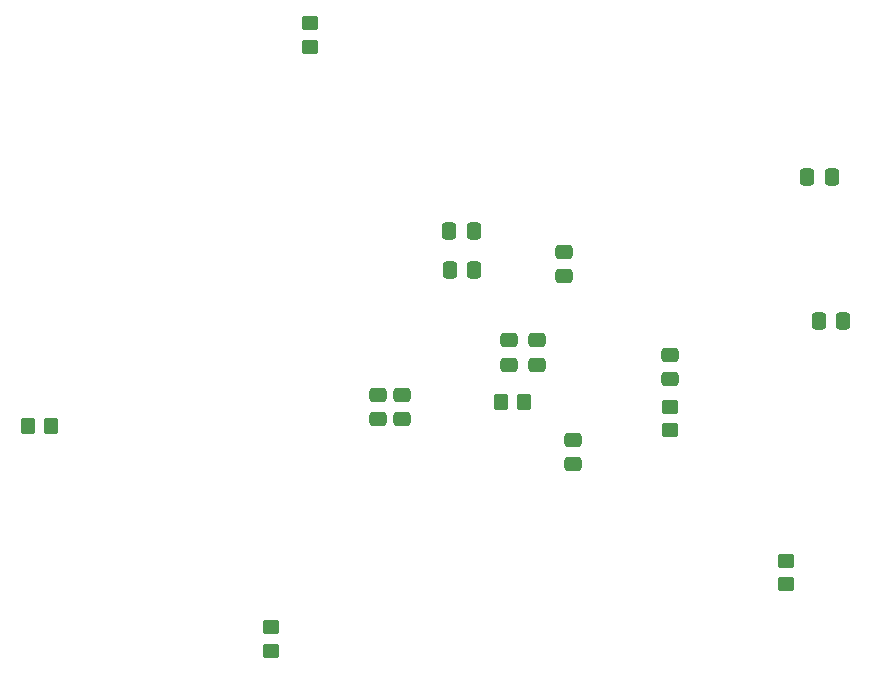
<source format=gbr>
%TF.GenerationSoftware,KiCad,Pcbnew,8.0.7*%
%TF.CreationDate,2025-03-12T15:09:51-04:00*%
%TF.ProjectId,skee-ball,736b6565-2d62-4616-9c6c-2e6b69636164,2*%
%TF.SameCoordinates,Original*%
%TF.FileFunction,Paste,Bot*%
%TF.FilePolarity,Positive*%
%FSLAX46Y46*%
G04 Gerber Fmt 4.6, Leading zero omitted, Abs format (unit mm)*
G04 Created by KiCad (PCBNEW 8.0.7) date 2025-03-12 15:09:51*
%MOMM*%
%LPD*%
G01*
G04 APERTURE LIST*
G04 Aperture macros list*
%AMRoundRect*
0 Rectangle with rounded corners*
0 $1 Rounding radius*
0 $2 $3 $4 $5 $6 $7 $8 $9 X,Y pos of 4 corners*
0 Add a 4 corners polygon primitive as box body*
4,1,4,$2,$3,$4,$5,$6,$7,$8,$9,$2,$3,0*
0 Add four circle primitives for the rounded corners*
1,1,$1+$1,$2,$3*
1,1,$1+$1,$4,$5*
1,1,$1+$1,$6,$7*
1,1,$1+$1,$8,$9*
0 Add four rect primitives between the rounded corners*
20,1,$1+$1,$2,$3,$4,$5,0*
20,1,$1+$1,$4,$5,$6,$7,0*
20,1,$1+$1,$6,$7,$8,$9,0*
20,1,$1+$1,$8,$9,$2,$3,0*%
G04 Aperture macros list end*
%ADD10RoundRect,0.250000X0.475000X-0.337500X0.475000X0.337500X-0.475000X0.337500X-0.475000X-0.337500X0*%
%ADD11RoundRect,0.250000X0.450000X-0.350000X0.450000X0.350000X-0.450000X0.350000X-0.450000X-0.350000X0*%
%ADD12RoundRect,0.250000X-0.475000X0.337500X-0.475000X-0.337500X0.475000X-0.337500X0.475000X0.337500X0*%
%ADD13RoundRect,0.250000X-0.350000X-0.450000X0.350000X-0.450000X0.350000X0.450000X-0.350000X0.450000X0*%
%ADD14RoundRect,0.250000X-0.337500X-0.475000X0.337500X-0.475000X0.337500X0.475000X-0.337500X0.475000X0*%
%ADD15RoundRect,0.250000X0.337500X0.475000X-0.337500X0.475000X-0.337500X-0.475000X0.337500X-0.475000X0*%
G04 APERTURE END LIST*
D10*
%TO.C,C17*%
X124587000Y-77005000D03*
X124587000Y-74930000D03*
%TD*%
D11*
%TO.C,R2*%
X159156400Y-90950800D03*
X159156400Y-88950800D03*
%TD*%
%TO.C,R1*%
X149326600Y-77920600D03*
X149326600Y-75920600D03*
%TD*%
D12*
%TO.C,C3*%
X149326600Y-71504900D03*
X149326600Y-73579900D03*
%TD*%
%TO.C,C14*%
X141071600Y-78718500D03*
X141071600Y-80793500D03*
%TD*%
D13*
%TO.C,R16*%
X134966200Y-75539600D03*
X136966200Y-75539600D03*
%TD*%
%TO.C,R10*%
X94940000Y-77560000D03*
X96940000Y-77560000D03*
%TD*%
D14*
%TO.C,C12*%
X130661500Y-64389000D03*
X132736500Y-64389000D03*
%TD*%
D12*
%TO.C,C10*%
X140370000Y-62792500D03*
X140370000Y-64867500D03*
%TD*%
D15*
%TO.C,C7*%
X163968400Y-68707000D03*
X161893400Y-68707000D03*
%TD*%
D11*
%TO.C,R14*%
X115519200Y-96596200D03*
X115519200Y-94596200D03*
%TD*%
%TO.C,R13*%
X118795800Y-45450000D03*
X118795800Y-43450000D03*
%TD*%
D14*
%TO.C,C6*%
X160928200Y-56438800D03*
X163003200Y-56438800D03*
%TD*%
D12*
%TO.C,C1*%
X138074400Y-70315000D03*
X138074400Y-72390000D03*
%TD*%
%TO.C,C2*%
X135712200Y-70289600D03*
X135712200Y-72364600D03*
%TD*%
D14*
%TO.C,C11*%
X130640000Y-61087000D03*
X132715000Y-61087000D03*
%TD*%
D10*
%TO.C,C16*%
X126600000Y-76983500D03*
X126600000Y-74908500D03*
%TD*%
M02*

</source>
